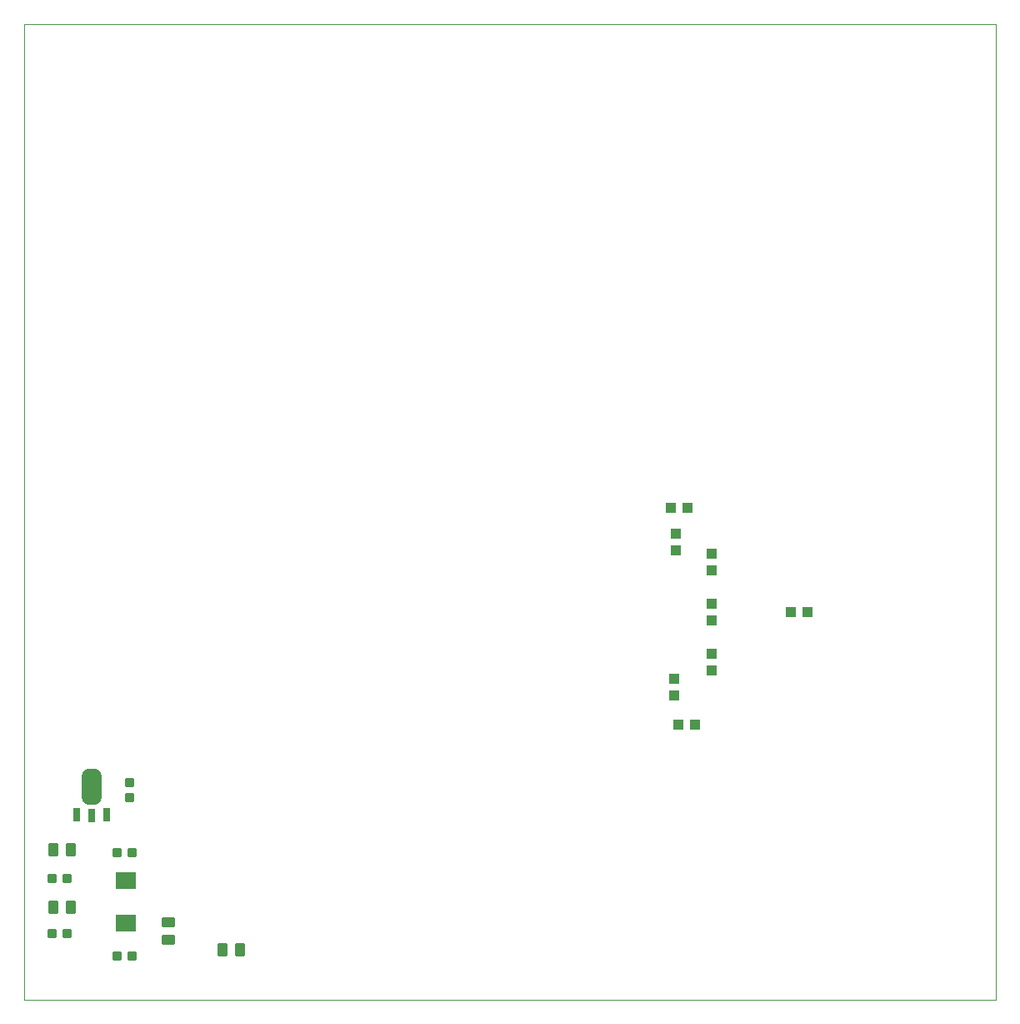
<source format=gbp>
G75*
%MOIN*%
%OFA0B0*%
%FSLAX24Y24*%
%IPPOS*%
%LPD*%
%AMOC8*
5,1,8,0,0,1.08239X$1,22.5*
%
%ADD10C,0.0000*%
%ADD11C,0.0100*%
%ADD12C,0.0088*%
%ADD13R,0.0800X0.0700*%
%ADD14R,0.0315X0.0551*%
%ADD15C,0.0600*%
%ADD16R,0.0394X0.0433*%
%ADD17R,0.0433X0.0394*%
D10*
X000535Y000725D02*
X000535Y039721D01*
X039405Y039721D01*
X039405Y000725D01*
X000535Y000725D01*
D11*
X001535Y004200D02*
X001835Y004200D01*
X001535Y004200D02*
X001535Y004650D01*
X001835Y004650D01*
X001835Y004200D01*
X001835Y004299D02*
X001535Y004299D01*
X001535Y004398D02*
X001835Y004398D01*
X001835Y004497D02*
X001535Y004497D01*
X001535Y004596D02*
X001835Y004596D01*
X002235Y004200D02*
X002535Y004200D01*
X002235Y004200D02*
X002235Y004650D01*
X002535Y004650D01*
X002535Y004200D01*
X002535Y004299D02*
X002235Y004299D01*
X002235Y004398D02*
X002535Y004398D01*
X002535Y004497D02*
X002235Y004497D01*
X002235Y004596D02*
X002535Y004596D01*
X002535Y006500D02*
X002235Y006500D01*
X002235Y006950D01*
X002535Y006950D01*
X002535Y006500D01*
X002535Y006599D02*
X002235Y006599D01*
X002235Y006698D02*
X002535Y006698D01*
X002535Y006797D02*
X002235Y006797D01*
X002235Y006896D02*
X002535Y006896D01*
X001835Y006500D02*
X001535Y006500D01*
X001535Y006950D01*
X001835Y006950D01*
X001835Y006500D01*
X001835Y006599D02*
X001535Y006599D01*
X001535Y006698D02*
X001835Y006698D01*
X001835Y006797D02*
X001535Y006797D01*
X001535Y006896D02*
X001835Y006896D01*
X006510Y003975D02*
X006510Y003675D01*
X006060Y003675D01*
X006060Y003975D01*
X006510Y003975D01*
X006510Y003774D02*
X006060Y003774D01*
X006060Y003873D02*
X006510Y003873D01*
X006510Y003972D02*
X006060Y003972D01*
X006510Y003275D02*
X006510Y002975D01*
X006060Y002975D01*
X006060Y003275D01*
X006510Y003275D01*
X006510Y003074D02*
X006060Y003074D01*
X006060Y003173D02*
X006510Y003173D01*
X006510Y003272D02*
X006060Y003272D01*
X008285Y002500D02*
X008585Y002500D01*
X008285Y002500D02*
X008285Y002950D01*
X008585Y002950D01*
X008585Y002500D01*
X008585Y002599D02*
X008285Y002599D01*
X008285Y002698D02*
X008585Y002698D01*
X008585Y002797D02*
X008285Y002797D01*
X008285Y002896D02*
X008585Y002896D01*
X008985Y002500D02*
X009285Y002500D01*
X008985Y002500D02*
X008985Y002950D01*
X009285Y002950D01*
X009285Y002500D01*
X009285Y002599D02*
X008985Y002599D01*
X008985Y002698D02*
X009285Y002698D01*
X009285Y002797D02*
X008985Y002797D01*
X008985Y002896D02*
X009285Y002896D01*
D12*
X004966Y002344D02*
X004704Y002344D01*
X004704Y002606D01*
X004966Y002606D01*
X004966Y002344D01*
X004966Y002431D02*
X004704Y002431D01*
X004704Y002518D02*
X004966Y002518D01*
X004966Y002605D02*
X004704Y002605D01*
X004366Y002344D02*
X004104Y002344D01*
X004104Y002606D01*
X004366Y002606D01*
X004366Y002344D01*
X004366Y002431D02*
X004104Y002431D01*
X004104Y002518D02*
X004366Y002518D01*
X004366Y002605D02*
X004104Y002605D01*
X002366Y003244D02*
X002104Y003244D01*
X002104Y003506D01*
X002366Y003506D01*
X002366Y003244D01*
X002366Y003331D02*
X002104Y003331D01*
X002104Y003418D02*
X002366Y003418D01*
X002366Y003505D02*
X002104Y003505D01*
X001766Y003244D02*
X001504Y003244D01*
X001504Y003506D01*
X001766Y003506D01*
X001766Y003244D01*
X001766Y003331D02*
X001504Y003331D01*
X001504Y003418D02*
X001766Y003418D01*
X001766Y003505D02*
X001504Y003505D01*
X001504Y005444D02*
X001766Y005444D01*
X001504Y005444D02*
X001504Y005706D01*
X001766Y005706D01*
X001766Y005444D01*
X001766Y005531D02*
X001504Y005531D01*
X001504Y005618D02*
X001766Y005618D01*
X001766Y005705D02*
X001504Y005705D01*
X002104Y005444D02*
X002366Y005444D01*
X002104Y005444D02*
X002104Y005706D01*
X002366Y005706D01*
X002366Y005444D01*
X002366Y005531D02*
X002104Y005531D01*
X002104Y005618D02*
X002366Y005618D01*
X002366Y005705D02*
X002104Y005705D01*
X004104Y006494D02*
X004366Y006494D01*
X004104Y006494D02*
X004104Y006756D01*
X004366Y006756D01*
X004366Y006494D01*
X004366Y006581D02*
X004104Y006581D01*
X004104Y006668D02*
X004366Y006668D01*
X004366Y006755D02*
X004104Y006755D01*
X004704Y006494D02*
X004966Y006494D01*
X004704Y006494D02*
X004704Y006756D01*
X004966Y006756D01*
X004966Y006494D01*
X004966Y006581D02*
X004704Y006581D01*
X004704Y006668D02*
X004966Y006668D01*
X004966Y006755D02*
X004704Y006755D01*
X004866Y008694D02*
X004866Y008956D01*
X004866Y008694D02*
X004604Y008694D01*
X004604Y008956D01*
X004866Y008956D01*
X004866Y008781D02*
X004604Y008781D01*
X004604Y008868D02*
X004866Y008868D01*
X004866Y008955D02*
X004604Y008955D01*
X004866Y009294D02*
X004866Y009556D01*
X004866Y009294D02*
X004604Y009294D01*
X004604Y009556D01*
X004866Y009556D01*
X004866Y009381D02*
X004604Y009381D01*
X004604Y009468D02*
X004866Y009468D01*
X004866Y009555D02*
X004604Y009555D01*
D13*
X004585Y005475D03*
X004585Y003775D03*
D14*
X003835Y008125D03*
X003235Y008095D03*
X002635Y008125D03*
D15*
X003135Y009663D02*
X003335Y009663D01*
X003335Y008827D01*
X003135Y008827D01*
X003135Y009663D01*
X003135Y009426D02*
X003335Y009426D01*
D16*
X026700Y011725D03*
X027370Y011725D03*
X031200Y016225D03*
X031870Y016225D03*
X027070Y020375D03*
X026400Y020375D03*
D17*
X026585Y019360D03*
X026585Y018690D03*
X028035Y018560D03*
X028035Y017890D03*
X028035Y016560D03*
X028035Y015890D03*
X028035Y014560D03*
X028035Y013890D03*
X026535Y013560D03*
X026535Y012890D03*
M02*

</source>
